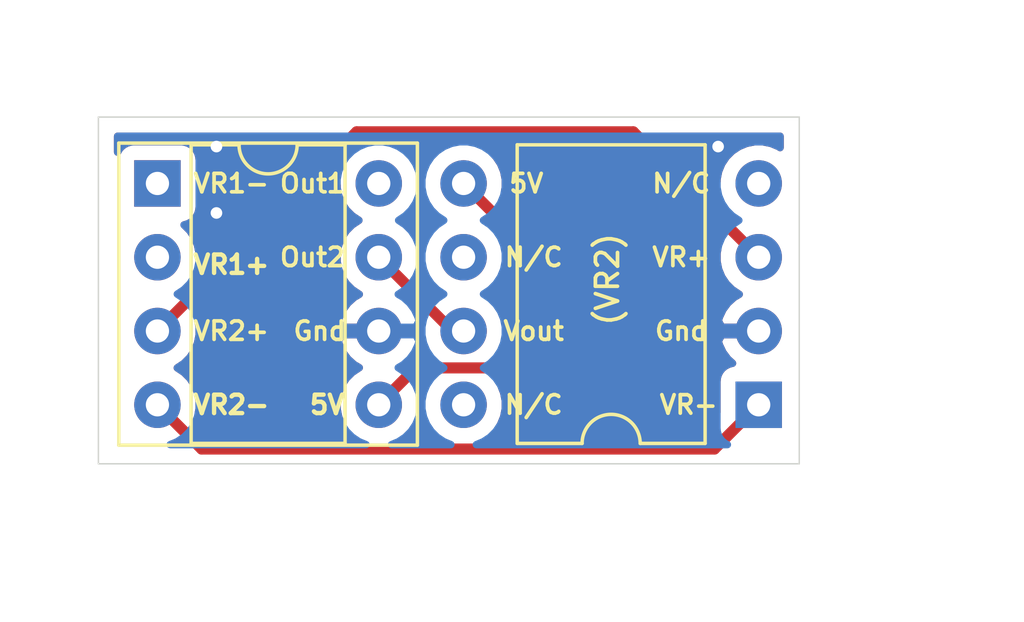
<source format=kicad_pcb>
(kicad_pcb (version 20171130) (host pcbnew "(5.1.6)-1")

  (general
    (thickness 1.6)
    (drawings 23)
    (tracks 16)
    (zones 0)
    (modules 2)
    (nets 12)
  )

  (page A4)
  (layers
    (0 F.Cu signal)
    (31 B.Cu signal)
    (32 B.Adhes user)
    (33 F.Adhes user)
    (34 B.Paste user)
    (35 F.Paste user)
    (36 B.SilkS user)
    (37 F.SilkS user)
    (38 B.Mask user)
    (39 F.Mask user)
    (40 Dwgs.User user)
    (41 Cmts.User user)
    (42 Eco1.User user)
    (43 Eco2.User user)
    (44 Edge.Cuts user)
    (45 Margin user)
    (46 B.CrtYd user)
    (47 F.CrtYd user)
    (48 B.Fab user)
    (49 F.Fab user)
  )

  (setup
    (last_trace_width 0.25)
    (user_trace_width 0.381)
    (trace_clearance 0.2)
    (zone_clearance 0.508)
    (zone_45_only no)
    (trace_min 0.2)
    (via_size 0.8)
    (via_drill 0.4)
    (via_min_size 0.4)
    (via_min_drill 0.3)
    (uvia_size 0.3)
    (uvia_drill 0.1)
    (uvias_allowed no)
    (uvia_min_size 0.2)
    (uvia_min_drill 0.1)
    (edge_width 0.05)
    (segment_width 0.2)
    (pcb_text_width 0.3)
    (pcb_text_size 1.5 1.5)
    (mod_edge_width 0.12)
    (mod_text_size 1 1)
    (mod_text_width 0.15)
    (pad_size 1.524 1.524)
    (pad_drill 0.762)
    (pad_to_mask_clearance 0.05)
    (aux_axis_origin 0 0)
    (visible_elements 7FFFFFFF)
    (pcbplotparams
      (layerselection 0x010fc_ffffffff)
      (usegerberextensions false)
      (usegerberattributes true)
      (usegerberadvancedattributes true)
      (creategerberjobfile true)
      (excludeedgelayer true)
      (linewidth 0.100000)
      (plotframeref false)
      (viasonmask false)
      (mode 1)
      (useauxorigin false)
      (hpglpennumber 1)
      (hpglpenspeed 20)
      (hpglpendiameter 15.000000)
      (psnegative false)
      (psa4output false)
      (plotreference true)
      (plotvalue true)
      (plotinvisibletext false)
      (padsonsilk false)
      (subtractmaskfromsilk false)
      (outputformat 1)
      (mirror false)
      (drillshape 0)
      (scaleselection 1)
      (outputdirectory ""))
  )

  (net 0 "")
  (net 1 "Net-(U1-Pad8)")
  (net 2 VR-)
  (net 3 Vout)
  (net 4 VR+)
  (net 5 GND)
  (net 6 "Net-(U1-Pad2)")
  (net 7 +5V)
  (net 8 "Net-(U1-Pad1)")
  (net 9 "Net-(U2-Pad8)")
  (net 10 "Net-(U2-Pad4)")
  (net 11 "Net-(U2-Pad6)")

  (net_class Default "This is the default net class."
    (clearance 0.2)
    (trace_width 0.25)
    (via_dia 0.8)
    (via_drill 0.4)
    (uvia_dia 0.3)
    (uvia_drill 0.1)
    (add_net +5V)
    (add_net GND)
    (add_net "Net-(U1-Pad1)")
    (add_net "Net-(U1-Pad2)")
    (add_net "Net-(U1-Pad8)")
    (add_net "Net-(U2-Pad4)")
    (add_net "Net-(U2-Pad6)")
    (add_net "Net-(U2-Pad8)")
    (add_net VR+)
    (add_net VR-)
    (add_net Vout)
  )

  (module Package_DIP:DIP-8_W10.16mm (layer F.Cu) (tedit 5A02E8C5) (tstamp 634642B6)
    (at 149.733 85.852 180)
    (descr "8-lead though-hole mounted DIP package, row spacing 10.16 mm (400 mils)")
    (tags "THT DIP DIL PDIP 2.54mm 10.16mm 400mil")
    (path /6345FB01)
    (fp_text reference U2 (at -3.937 3.81 90) (layer F.Fab)
      (effects (font (size 1 1) (thickness 0.15)))
    )
    (fp_text value Single_VR_Conditioner (at -2.413 4.064 90) (layer F.Fab)
      (effects (font (size 1 1) (thickness 0.15)))
    )
    (fp_line (start 11.25 -1.55) (end -1.05 -1.55) (layer F.CrtYd) (width 0.05))
    (fp_line (start 11.25 9.15) (end 11.25 -1.55) (layer F.CrtYd) (width 0.05))
    (fp_line (start -1.05 9.15) (end 11.25 9.15) (layer F.CrtYd) (width 0.05))
    (fp_line (start -1.05 -1.55) (end -1.05 9.15) (layer F.CrtYd) (width 0.05))
    (fp_line (start 8.315 -1.33) (end 6.08 -1.33) (layer F.SilkS) (width 0.12))
    (fp_line (start 8.315 8.95) (end 8.315 -1.33) (layer F.SilkS) (width 0.12))
    (fp_line (start 1.845 8.95) (end 8.315 8.95) (layer F.SilkS) (width 0.12))
    (fp_line (start 1.845 -1.33) (end 1.845 8.95) (layer F.SilkS) (width 0.12))
    (fp_line (start 4.08 -1.33) (end 1.845 -1.33) (layer F.SilkS) (width 0.12))
    (fp_line (start 1.905 -0.27) (end 2.905 -1.27) (layer F.Fab) (width 0.1))
    (fp_line (start 1.905 8.89) (end 1.905 -0.27) (layer F.Fab) (width 0.1))
    (fp_line (start 8.255 8.89) (end 1.905 8.89) (layer F.Fab) (width 0.1))
    (fp_line (start 8.255 -1.27) (end 8.255 8.89) (layer F.Fab) (width 0.1))
    (fp_line (start 2.905 -1.27) (end 8.255 -1.27) (layer F.Fab) (width 0.1))
    (fp_text user %R (at -3.937 3.81 90) (layer F.Fab)
      (effects (font (size 1 1) (thickness 0.15)))
    )
    (fp_arc (start 5.08 -1.33) (end 4.08 -1.33) (angle -180) (layer F.SilkS) (width 0.12))
    (pad 8 thru_hole oval (at 10.16 0 180) (size 1.6 1.6) (drill 0.8) (layers *.Cu *.Mask)
      (net 9 "Net-(U2-Pad8)"))
    (pad 4 thru_hole oval (at 0 7.62 180) (size 1.6 1.6) (drill 0.8) (layers *.Cu *.Mask)
      (net 10 "Net-(U2-Pad4)"))
    (pad 7 thru_hole oval (at 10.16 2.54 180) (size 1.6 1.6) (drill 0.8) (layers *.Cu *.Mask)
      (net 3 Vout))
    (pad 3 thru_hole oval (at 0 5.08 180) (size 1.6 1.6) (drill 0.8) (layers *.Cu *.Mask)
      (net 4 VR+))
    (pad 6 thru_hole oval (at 10.16 5.08 180) (size 1.6 1.6) (drill 0.8) (layers *.Cu *.Mask)
      (net 11 "Net-(U2-Pad6)"))
    (pad 2 thru_hole oval (at 0 2.54 180) (size 1.6 1.6) (drill 0.8) (layers *.Cu *.Mask)
      (net 5 GND))
    (pad 5 thru_hole oval (at 10.16 7.62 180) (size 1.6 1.6) (drill 0.8) (layers *.Cu *.Mask)
      (net 7 +5V))
    (pad 1 thru_hole rect (at 0 0 180) (size 1.6 1.6) (drill 0.8) (layers *.Cu *.Mask)
      (net 2 VR-))
    (model ${KISYS3DMOD}/Package_DIP.3dshapes/DIP-8_W10.16mm.wrl
      (at (xyz 0 0 0))
      (scale (xyz 1 1 1))
      (rotate (xyz 0 0 0))
    )
  )

  (module Package_DIP:DIP-8_W7.62mm_Socket (layer F.Cu) (tedit 5A02E8C5) (tstamp 6346429A)
    (at 129.032 78.232)
    (descr "8-lead though-hole mounted DIP package, row spacing 7.62 mm (300 mils), Socket")
    (tags "THT DIP DIL PDIP 2.54mm 7.62mm 300mil Socket")
    (path /6345FE48)
    (fp_text reference U1 (at -4.572 3.048 90) (layer F.Fab)
      (effects (font (size 1 1) (thickness 0.15)))
    )
    (fp_text value JBPerf_Dual_VR_Conditioner (at -3.048 4.572 90) (layer F.Fab)
      (effects (font (size 1 1) (thickness 0.15)))
    )
    (fp_line (start 9.15 -1.6) (end -1.55 -1.6) (layer F.CrtYd) (width 0.05))
    (fp_line (start 9.15 9.2) (end 9.15 -1.6) (layer F.CrtYd) (width 0.05))
    (fp_line (start -1.55 9.2) (end 9.15 9.2) (layer F.CrtYd) (width 0.05))
    (fp_line (start -1.55 -1.6) (end -1.55 9.2) (layer F.CrtYd) (width 0.05))
    (fp_line (start 8.95 -1.39) (end -1.33 -1.39) (layer F.SilkS) (width 0.12))
    (fp_line (start 8.95 9.01) (end 8.95 -1.39) (layer F.SilkS) (width 0.12))
    (fp_line (start -1.33 9.01) (end 8.95 9.01) (layer F.SilkS) (width 0.12))
    (fp_line (start -1.33 -1.39) (end -1.33 9.01) (layer F.SilkS) (width 0.12))
    (fp_line (start 6.46 -1.33) (end 4.81 -1.33) (layer F.SilkS) (width 0.12))
    (fp_line (start 6.46 8.95) (end 6.46 -1.33) (layer F.SilkS) (width 0.12))
    (fp_line (start 1.16 8.95) (end 6.46 8.95) (layer F.SilkS) (width 0.12))
    (fp_line (start 1.16 -1.33) (end 1.16 8.95) (layer F.SilkS) (width 0.12))
    (fp_line (start 2.81 -1.33) (end 1.16 -1.33) (layer F.SilkS) (width 0.12))
    (fp_line (start 8.89 -1.33) (end -1.27 -1.33) (layer F.Fab) (width 0.1))
    (fp_line (start 8.89 8.95) (end 8.89 -1.33) (layer F.Fab) (width 0.1))
    (fp_line (start -1.27 8.95) (end 8.89 8.95) (layer F.Fab) (width 0.1))
    (fp_line (start -1.27 -1.33) (end -1.27 8.95) (layer F.Fab) (width 0.1))
    (fp_line (start 0.635 -0.27) (end 1.635 -1.27) (layer F.Fab) (width 0.1))
    (fp_line (start 0.635 8.89) (end 0.635 -0.27) (layer F.Fab) (width 0.1))
    (fp_line (start 6.985 8.89) (end 0.635 8.89) (layer F.Fab) (width 0.1))
    (fp_line (start 6.985 -1.27) (end 6.985 8.89) (layer F.Fab) (width 0.1))
    (fp_line (start 1.635 -1.27) (end 6.985 -1.27) (layer F.Fab) (width 0.1))
    (fp_text user %R (at -4.572 3.048 90) (layer F.Fab)
      (effects (font (size 1 1) (thickness 0.15)))
    )
    (fp_arc (start 3.81 -1.33) (end 2.81 -1.33) (angle -180) (layer F.SilkS) (width 0.12))
    (pad 8 thru_hole oval (at 7.62 0) (size 1.6 1.6) (drill 0.8) (layers *.Cu *.Mask)
      (net 1 "Net-(U1-Pad8)"))
    (pad 4 thru_hole oval (at 0 7.62) (size 1.6 1.6) (drill 0.8) (layers *.Cu *.Mask)
      (net 2 VR-))
    (pad 7 thru_hole oval (at 7.62 2.54) (size 1.6 1.6) (drill 0.8) (layers *.Cu *.Mask)
      (net 3 Vout))
    (pad 3 thru_hole oval (at 0 5.08) (size 1.6 1.6) (drill 0.8) (layers *.Cu *.Mask)
      (net 4 VR+))
    (pad 6 thru_hole oval (at 7.62 5.08) (size 1.6 1.6) (drill 0.8) (layers *.Cu *.Mask)
      (net 5 GND))
    (pad 2 thru_hole oval (at 0 2.54) (size 1.6 1.6) (drill 0.8) (layers *.Cu *.Mask)
      (net 6 "Net-(U1-Pad2)"))
    (pad 5 thru_hole oval (at 7.62 7.62) (size 1.6 1.6) (drill 0.8) (layers *.Cu *.Mask)
      (net 7 +5V))
    (pad 1 thru_hole rect (at 0 0) (size 1.6 1.6) (drill 0.8) (layers *.Cu *.Mask)
      (net 8 "Net-(U1-Pad1)"))
    (model ${KISYS3DMOD}/Package_DIP.3dshapes/DIP-8_W7.62mm_Socket.wrl
      (at (xyz 0 0 0))
      (scale (xyz 1 1 1))
      (rotate (xyz 0 0 0))
    )
  )

  (dimension 11.938 (width 0.15) (layer Dwgs.User)
    (gr_text "11.938 mm" (at 157.51 81.915 270) (layer Dwgs.User)
      (effects (font (size 1 1) (thickness 0.15)))
    )
    (feature1 (pts (xy 151.13 87.884) (xy 156.796421 87.884)))
    (feature2 (pts (xy 151.13 75.946) (xy 156.796421 75.946)))
    (crossbar (pts (xy 156.21 75.946) (xy 156.21 87.884)))
    (arrow1a (pts (xy 156.21 87.884) (xy 155.623579 86.757496)))
    (arrow1b (pts (xy 156.21 87.884) (xy 156.796421 86.757496)))
    (arrow2a (pts (xy 156.21 75.946) (xy 155.623579 77.072504)))
    (arrow2b (pts (xy 156.21 75.946) (xy 156.796421 77.072504)))
  )
  (dimension 24.13 (width 0.15) (layer Dwgs.User)
    (gr_text "24.130 mm" (at 139.065 72.614) (layer Dwgs.User)
      (effects (font (size 1 1) (thickness 0.15)))
    )
    (feature1 (pts (xy 151.13 75.946) (xy 151.13 73.327579)))
    (feature2 (pts (xy 127 75.946) (xy 127 73.327579)))
    (crossbar (pts (xy 127 73.914) (xy 151.13 73.914)))
    (arrow1a (pts (xy 151.13 73.914) (xy 150.003496 74.500421)))
    (arrow1b (pts (xy 151.13 73.914) (xy 150.003496 73.327579)))
    (arrow2a (pts (xy 127 73.914) (xy 128.126504 74.500421)))
    (arrow2b (pts (xy 127 73.914) (xy 128.126504 73.327579)))
  )
  (gr_text "(VR2)" (at 144.526 81.534 90) (layer F.SilkS)
    (effects (font (size 0.762 0.762) (thickness 0.127)))
  )
  (gr_text VR- (at 147.32 85.852) (layer F.SilkS)
    (effects (font (size 0.635 0.635) (thickness 0.127)))
  )
  (gr_text Gnd (at 147.066 83.312) (layer F.SilkS)
    (effects (font (size 0.635 0.635) (thickness 0.127)))
  )
  (gr_text VR+ (at 147.066 80.772) (layer F.SilkS)
    (effects (font (size 0.635 0.635) (thickness 0.127)))
  )
  (gr_text N/C (at 147.066 78.232) (layer F.SilkS)
    (effects (font (size 0.635 0.635) (thickness 0.127)))
  )
  (gr_text N/C (at 141.986 85.852) (layer F.SilkS)
    (effects (font (size 0.635 0.635) (thickness 0.127)))
  )
  (gr_text Vout (at 141.986 83.312) (layer F.SilkS)
    (effects (font (size 0.635 0.635) (thickness 0.127)))
  )
  (gr_text N/C (at 141.986 80.772) (layer F.SilkS)
    (effects (font (size 0.635 0.635) (thickness 0.127)))
  )
  (gr_text 5V (at 141.732 78.232) (layer F.SilkS)
    (effects (font (size 0.635 0.635) (thickness 0.127)))
  )
  (gr_text 5V (at 134.874 85.852) (layer F.SilkS)
    (effects (font (size 0.635 0.635) (thickness 0.15)))
  )
  (gr_text Gnd (at 134.62 83.312) (layer F.SilkS)
    (effects (font (size 0.635 0.635) (thickness 0.127)))
  )
  (gr_text Out2 (at 134.366 80.772) (layer F.SilkS)
    (effects (font (size 0.635 0.635) (thickness 0.127)))
  )
  (gr_text Out1 (at 134.366 78.232) (layer F.SilkS)
    (effects (font (size 0.635 0.635) (thickness 0.127)))
  )
  (gr_text VR2- (at 131.572 85.852) (layer F.SilkS)
    (effects (font (size 0.635 0.635) (thickness 0.15)))
  )
  (gr_text VR2+ (at 131.572 83.312) (layer F.SilkS)
    (effects (font (size 0.635 0.635) (thickness 0.127)))
  )
  (gr_text VR1+ (at 131.572 81.026) (layer F.SilkS)
    (effects (font (size 0.635 0.635) (thickness 0.15)))
  )
  (gr_text VR1- (at 131.572 78.232) (layer F.SilkS)
    (effects (font (size 0.635 0.635) (thickness 0.127)))
  )
  (gr_line (start 127 87.884) (end 127 75.946) (layer Edge.Cuts) (width 0.05) (tstamp 634643AD))
  (gr_line (start 151.13 87.884) (end 127 87.884) (layer Edge.Cuts) (width 0.05))
  (gr_line (start 151.13 75.946) (end 151.13 87.884) (layer Edge.Cuts) (width 0.05))
  (gr_line (start 127 75.946) (end 151.13 75.946) (layer Edge.Cuts) (width 0.05))

  (segment (start 129.032 85.852) (end 130.556 87.376) (width 0.381) (layer F.Cu) (net 2))
  (segment (start 148.209 87.376) (end 149.733 85.852) (width 0.381) (layer F.Cu) (net 2))
  (segment (start 130.556 87.376) (end 148.209 87.376) (width 0.381) (layer F.Cu) (net 2))
  (segment (start 139.192 83.312) (end 139.573 83.312) (width 0.381) (layer F.Cu) (net 3))
  (segment (start 136.652 80.772) (end 139.192 83.312) (width 0.381) (layer F.Cu) (net 3))
  (segment (start 129.032 83.312) (end 135.89 76.454) (width 0.381) (layer F.Cu) (net 4))
  (segment (start 145.415 76.454) (end 149.733 80.772) (width 0.381) (layer F.Cu) (net 4))
  (segment (start 135.89 76.454) (end 145.415 76.454) (width 0.381) (layer F.Cu) (net 4))
  (via (at 148.336 76.962) (size 0.8) (drill 0.4) (layers F.Cu B.Cu) (net 5))
  (via (at 131.064 76.962) (size 0.8) (drill 0.4) (layers F.Cu B.Cu) (net 5))
  (via (at 131.064 79.248) (size 0.8) (drill 0.4) (layers F.Cu B.Cu) (net 5))
  (segment (start 141.097 83.947) (end 140.462 84.582) (width 0.381) (layer F.Cu) (net 7))
  (segment (start 137.922 84.582) (end 136.652 85.852) (width 0.381) (layer F.Cu) (net 7))
  (segment (start 139.573 78.232) (end 141.097 79.756) (width 0.381) (layer F.Cu) (net 7))
  (segment (start 140.462 84.582) (end 137.922 84.582) (width 0.381) (layer F.Cu) (net 7))
  (segment (start 141.097 79.756) (end 141.097 83.947) (width 0.381) (layer F.Cu) (net 7))

  (zone (net 5) (net_name GND) (layer F.Cu) (tstamp 0) (hatch edge 0.508)
    (connect_pads (clearance 0.508))
    (min_thickness 0.254)
    (fill yes (arc_segments 32) (thermal_gap 0.508) (thermal_bridge_width 0.508))
    (polygon
      (pts
        (xy 151.13 87.884) (xy 127 87.884) (xy 127 75.946) (xy 151.13 75.946)
      )
    )
    (filled_polygon
      (pts
        (xy 135.217 78.373335) (xy 135.272147 78.650574) (xy 135.38032 78.911727) (xy 135.537363 79.146759) (xy 135.737241 79.346637)
        (xy 135.969759 79.502) (xy 135.737241 79.657363) (xy 135.537363 79.857241) (xy 135.38032 80.092273) (xy 135.272147 80.353426)
        (xy 135.217 80.630665) (xy 135.217 80.913335) (xy 135.272147 81.190574) (xy 135.38032 81.451727) (xy 135.537363 81.686759)
        (xy 135.737241 81.886637) (xy 135.972273 82.04368) (xy 135.982865 82.048067) (xy 135.796869 82.159615) (xy 135.588481 82.348586)
        (xy 135.420963 82.57458) (xy 135.300754 82.828913) (xy 135.260096 82.962961) (xy 135.382085 83.185) (xy 136.525 83.185)
        (xy 136.525 83.165) (xy 136.779 83.165) (xy 136.779 83.185) (xy 136.799 83.185) (xy 136.799 83.439)
        (xy 136.779 83.439) (xy 136.779 83.459) (xy 136.525 83.459) (xy 136.525 83.439) (xy 135.382085 83.439)
        (xy 135.260096 83.661039) (xy 135.300754 83.795087) (xy 135.420963 84.04942) (xy 135.588481 84.275414) (xy 135.796869 84.464385)
        (xy 135.982865 84.575933) (xy 135.972273 84.58032) (xy 135.737241 84.737363) (xy 135.537363 84.937241) (xy 135.38032 85.172273)
        (xy 135.272147 85.433426) (xy 135.217 85.710665) (xy 135.217 85.993335) (xy 135.272147 86.270574) (xy 135.38032 86.531727)
        (xy 135.392864 86.5505) (xy 130.897933 86.5505) (xy 130.446056 86.098624) (xy 130.467 85.993335) (xy 130.467 85.710665)
        (xy 130.411853 85.433426) (xy 130.30368 85.172273) (xy 130.146637 84.937241) (xy 129.946759 84.737363) (xy 129.714241 84.582)
        (xy 129.946759 84.426637) (xy 130.146637 84.226759) (xy 130.30368 83.991727) (xy 130.411853 83.730574) (xy 130.467 83.453335)
        (xy 130.467 83.170665) (xy 130.446056 83.065376) (xy 135.217 78.294434)
      )
    )
    (filled_polygon
      (pts
        (xy 148.318944 80.525376) (xy 148.298 80.630665) (xy 148.298 80.913335) (xy 148.353147 81.190574) (xy 148.46132 81.451727)
        (xy 148.618363 81.686759) (xy 148.818241 81.886637) (xy 149.053273 82.04368) (xy 149.063865 82.048067) (xy 148.877869 82.159615)
        (xy 148.669481 82.348586) (xy 148.501963 82.57458) (xy 148.381754 82.828913) (xy 148.341096 82.962961) (xy 148.463085 83.185)
        (xy 149.606 83.185) (xy 149.606 83.165) (xy 149.86 83.165) (xy 149.86 83.185) (xy 149.88 83.185)
        (xy 149.88 83.439) (xy 149.86 83.439) (xy 149.86 83.459) (xy 149.606 83.459) (xy 149.606 83.439)
        (xy 148.463085 83.439) (xy 148.341096 83.661039) (xy 148.381754 83.795087) (xy 148.501963 84.04942) (xy 148.669481 84.275414)
        (xy 148.83308 84.423769) (xy 148.808518 84.426188) (xy 148.68882 84.462498) (xy 148.578506 84.521463) (xy 148.481815 84.600815)
        (xy 148.402463 84.697506) (xy 148.343498 84.80782) (xy 148.307188 84.927518) (xy 148.294928 85.052) (xy 148.294928 86.12264)
        (xy 147.867068 86.5505) (xy 140.832136 86.5505) (xy 140.84468 86.531727) (xy 140.952853 86.270574) (xy 141.008 85.993335)
        (xy 141.008 85.710665) (xy 140.952853 85.433426) (xy 140.892567 85.287882) (xy 140.922842 85.271699) (xy 141.048541 85.168541)
        (xy 141.074397 85.137035) (xy 141.652044 84.55939) (xy 141.683541 84.533541) (xy 141.709389 84.502045) (xy 141.709392 84.502042)
        (xy 141.786699 84.407843) (xy 141.863353 84.264434) (xy 141.910556 84.108826) (xy 141.9225 83.987553) (xy 141.9225 83.987551)
        (xy 141.926494 83.947) (xy 141.9225 83.90645) (xy 141.9225 79.796542) (xy 141.926493 79.755999) (xy 141.9225 79.715456)
        (xy 141.9225 79.715447) (xy 141.910556 79.594174) (xy 141.863353 79.438566) (xy 141.786699 79.295158) (xy 141.786698 79.295156)
        (xy 141.709391 79.200958) (xy 141.683541 79.169459) (xy 141.652041 79.143608) (xy 140.987056 78.478624) (xy 141.008 78.373335)
        (xy 141.008 78.090665) (xy 140.952853 77.813426) (xy 140.84468 77.552273) (xy 140.687637 77.317241) (xy 140.649896 77.2795)
        (xy 145.073068 77.2795)
      )
    )
    (filled_polygon
      (pts
        (xy 130.467 80.709567) (xy 130.467 80.630665) (xy 130.411853 80.353426) (xy 130.30368 80.092273) (xy 130.146637 79.857241)
        (xy 129.948039 79.658643) (xy 129.956482 79.657812) (xy 130.07618 79.621502) (xy 130.186494 79.562537) (xy 130.283185 79.483185)
        (xy 130.362537 79.386494) (xy 130.421502 79.27618) (xy 130.457812 79.156482) (xy 130.470072 79.032) (xy 130.470072 77.432)
        (xy 130.457812 77.307518) (xy 130.421502 77.18782) (xy 130.362537 77.077506) (xy 130.283185 76.980815) (xy 130.186494 76.901463)
        (xy 130.07618 76.842498) (xy 129.956482 76.806188) (xy 129.832 76.793928) (xy 128.232 76.793928) (xy 128.107518 76.806188)
        (xy 127.98782 76.842498) (xy 127.877506 76.901463) (xy 127.780815 76.980815) (xy 127.701463 77.077506) (xy 127.66 77.155077)
        (xy 127.66 76.606) (xy 134.570566 76.606)
      )
    )
    (filled_polygon
      (pts
        (xy 150.47 76.998589) (xy 150.412727 76.96032) (xy 150.151574 76.852147) (xy 149.874335 76.797) (xy 149.591665 76.797)
        (xy 149.314426 76.852147) (xy 149.053273 76.96032) (xy 148.818241 77.117363) (xy 148.618363 77.317241) (xy 148.46132 77.552273)
        (xy 148.353147 77.813426) (xy 148.298 78.090665) (xy 148.298 78.169567) (xy 146.734432 76.606) (xy 150.47 76.606)
      )
    )
  )
  (zone (net 5) (net_name GND) (layer B.Cu) (tstamp 0) (hatch edge 0.508)
    (connect_pads (clearance 0.508))
    (min_thickness 0.254)
    (fill yes (arc_segments 32) (thermal_gap 0.508) (thermal_bridge_width 0.508))
    (polygon
      (pts
        (xy 151.13 87.884) (xy 127 87.884) (xy 127 75.946) (xy 151.13 75.946)
      )
    )
    (filled_polygon
      (pts
        (xy 150.47 76.998589) (xy 150.412727 76.96032) (xy 150.151574 76.852147) (xy 149.874335 76.797) (xy 149.591665 76.797)
        (xy 149.314426 76.852147) (xy 149.053273 76.96032) (xy 148.818241 77.117363) (xy 148.618363 77.317241) (xy 148.46132 77.552273)
        (xy 148.353147 77.813426) (xy 148.298 78.090665) (xy 148.298 78.373335) (xy 148.353147 78.650574) (xy 148.46132 78.911727)
        (xy 148.618363 79.146759) (xy 148.818241 79.346637) (xy 149.050759 79.502) (xy 148.818241 79.657363) (xy 148.618363 79.857241)
        (xy 148.46132 80.092273) (xy 148.353147 80.353426) (xy 148.298 80.630665) (xy 148.298 80.913335) (xy 148.353147 81.190574)
        (xy 148.46132 81.451727) (xy 148.618363 81.686759) (xy 148.818241 81.886637) (xy 149.053273 82.04368) (xy 149.063865 82.048067)
        (xy 148.877869 82.159615) (xy 148.669481 82.348586) (xy 148.501963 82.57458) (xy 148.381754 82.828913) (xy 148.341096 82.962961)
        (xy 148.463085 83.185) (xy 149.606 83.185) (xy 149.606 83.165) (xy 149.86 83.165) (xy 149.86 83.185)
        (xy 149.88 83.185) (xy 149.88 83.439) (xy 149.86 83.439) (xy 149.86 83.459) (xy 149.606 83.459)
        (xy 149.606 83.439) (xy 148.463085 83.439) (xy 148.341096 83.661039) (xy 148.381754 83.795087) (xy 148.501963 84.04942)
        (xy 148.669481 84.275414) (xy 148.83308 84.423769) (xy 148.808518 84.426188) (xy 148.68882 84.462498) (xy 148.578506 84.521463)
        (xy 148.481815 84.600815) (xy 148.402463 84.697506) (xy 148.343498 84.80782) (xy 148.307188 84.927518) (xy 148.294928 85.052)
        (xy 148.294928 86.652) (xy 148.307188 86.776482) (xy 148.343498 86.89618) (xy 148.402463 87.006494) (xy 148.481815 87.103185)
        (xy 148.578506 87.182537) (xy 148.656077 87.224) (xy 140.010533 87.224) (xy 140.252727 87.12368) (xy 140.487759 86.966637)
        (xy 140.687637 86.766759) (xy 140.84468 86.531727) (xy 140.952853 86.270574) (xy 141.008 85.993335) (xy 141.008 85.710665)
        (xy 140.952853 85.433426) (xy 140.84468 85.172273) (xy 140.687637 84.937241) (xy 140.487759 84.737363) (xy 140.255241 84.582)
        (xy 140.487759 84.426637) (xy 140.687637 84.226759) (xy 140.84468 83.991727) (xy 140.952853 83.730574) (xy 141.008 83.453335)
        (xy 141.008 83.170665) (xy 140.952853 82.893426) (xy 140.84468 82.632273) (xy 140.687637 82.397241) (xy 140.487759 82.197363)
        (xy 140.255241 82.042) (xy 140.487759 81.886637) (xy 140.687637 81.686759) (xy 140.84468 81.451727) (xy 140.952853 81.190574)
        (xy 141.008 80.913335) (xy 141.008 80.630665) (xy 140.952853 80.353426) (xy 140.84468 80.092273) (xy 140.687637 79.857241)
        (xy 140.487759 79.657363) (xy 140.255241 79.502) (xy 140.487759 79.346637) (xy 140.687637 79.146759) (xy 140.84468 78.911727)
        (xy 140.952853 78.650574) (xy 141.008 78.373335) (xy 141.008 78.090665) (xy 140.952853 77.813426) (xy 140.84468 77.552273)
        (xy 140.687637 77.317241) (xy 140.487759 77.117363) (xy 140.252727 76.96032) (xy 139.991574 76.852147) (xy 139.714335 76.797)
        (xy 139.431665 76.797) (xy 139.154426 76.852147) (xy 138.893273 76.96032) (xy 138.658241 77.117363) (xy 138.458363 77.317241)
        (xy 138.30132 77.552273) (xy 138.193147 77.813426) (xy 138.138 78.090665) (xy 138.138 78.373335) (xy 138.193147 78.650574)
        (xy 138.30132 78.911727) (xy 138.458363 79.146759) (xy 138.658241 79.346637) (xy 138.890759 79.502) (xy 138.658241 79.657363)
        (xy 138.458363 79.857241) (xy 138.30132 80.092273) (xy 138.193147 80.353426) (xy 138.138 80.630665) (xy 138.138 80.913335)
        (xy 138.193147 81.190574) (xy 138.30132 81.451727) (xy 138.458363 81.686759) (xy 138.658241 81.886637) (xy 138.890759 82.042)
        (xy 138.658241 82.197363) (xy 138.458363 82.397241) (xy 138.30132 82.632273) (xy 138.193147 82.893426) (xy 138.138 83.170665)
        (xy 138.138 83.453335) (xy 138.193147 83.730574) (xy 138.30132 83.991727) (xy 138.458363 84.226759) (xy 138.658241 84.426637)
        (xy 138.890759 84.582) (xy 138.658241 84.737363) (xy 138.458363 84.937241) (xy 138.30132 85.172273) (xy 138.193147 85.433426)
        (xy 138.138 85.710665) (xy 138.138 85.993335) (xy 138.193147 86.270574) (xy 138.30132 86.531727) (xy 138.458363 86.766759)
        (xy 138.658241 86.966637) (xy 138.893273 87.12368) (xy 139.135467 87.224) (xy 137.089533 87.224) (xy 137.331727 87.12368)
        (xy 137.566759 86.966637) (xy 137.766637 86.766759) (xy 137.92368 86.531727) (xy 138.031853 86.270574) (xy 138.087 85.993335)
        (xy 138.087 85.710665) (xy 138.031853 85.433426) (xy 137.92368 85.172273) (xy 137.766637 84.937241) (xy 137.566759 84.737363)
        (xy 137.331727 84.58032) (xy 137.321135 84.575933) (xy 137.507131 84.464385) (xy 137.715519 84.275414) (xy 137.883037 84.04942)
        (xy 138.003246 83.795087) (xy 138.043904 83.661039) (xy 137.921915 83.439) (xy 136.779 83.439) (xy 136.779 83.459)
        (xy 136.525 83.459) (xy 136.525 83.439) (xy 135.382085 83.439) (xy 135.260096 83.661039) (xy 135.300754 83.795087)
        (xy 135.420963 84.04942) (xy 135.588481 84.275414) (xy 135.796869 84.464385) (xy 135.982865 84.575933) (xy 135.972273 84.58032)
        (xy 135.737241 84.737363) (xy 135.537363 84.937241) (xy 135.38032 85.172273) (xy 135.272147 85.433426) (xy 135.217 85.710665)
        (xy 135.217 85.993335) (xy 135.272147 86.270574) (xy 135.38032 86.531727) (xy 135.537363 86.766759) (xy 135.737241 86.966637)
        (xy 135.972273 87.12368) (xy 136.214467 87.224) (xy 129.469533 87.224) (xy 129.711727 87.12368) (xy 129.946759 86.966637)
        (xy 130.146637 86.766759) (xy 130.30368 86.531727) (xy 130.411853 86.270574) (xy 130.467 85.993335) (xy 130.467 85.710665)
        (xy 130.411853 85.433426) (xy 130.30368 85.172273) (xy 130.146637 84.937241) (xy 129.946759 84.737363) (xy 129.714241 84.582)
        (xy 129.946759 84.426637) (xy 130.146637 84.226759) (xy 130.30368 83.991727) (xy 130.411853 83.730574) (xy 130.467 83.453335)
        (xy 130.467 83.170665) (xy 130.411853 82.893426) (xy 130.30368 82.632273) (xy 130.146637 82.397241) (xy 129.946759 82.197363)
        (xy 129.714241 82.042) (xy 129.946759 81.886637) (xy 130.146637 81.686759) (xy 130.30368 81.451727) (xy 130.411853 81.190574)
        (xy 130.467 80.913335) (xy 130.467 80.630665) (xy 130.411853 80.353426) (xy 130.30368 80.092273) (xy 130.146637 79.857241)
        (xy 129.948039 79.658643) (xy 129.956482 79.657812) (xy 130.07618 79.621502) (xy 130.186494 79.562537) (xy 130.283185 79.483185)
        (xy 130.362537 79.386494) (xy 130.421502 79.27618) (xy 130.457812 79.156482) (xy 130.470072 79.032) (xy 130.470072 78.090665)
        (xy 135.217 78.090665) (xy 135.217 78.373335) (xy 135.272147 78.650574) (xy 135.38032 78.911727) (xy 135.537363 79.146759)
        (xy 135.737241 79.346637) (xy 135.969759 79.502) (xy 135.737241 79.657363) (xy 135.537363 79.857241) (xy 135.38032 80.092273)
        (xy 135.272147 80.353426) (xy 135.217 80.630665) (xy 135.217 80.913335) (xy 135.272147 81.190574) (xy 135.38032 81.451727)
        (xy 135.537363 81.686759) (xy 135.737241 81.886637) (xy 135.972273 82.04368) (xy 135.982865 82.048067) (xy 135.796869 82.159615)
        (xy 135.588481 82.348586) (xy 135.420963 82.57458) (xy 135.300754 82.828913) (xy 135.260096 82.962961) (xy 135.382085 83.185)
        (xy 136.525 83.185) (xy 136.525 83.165) (xy 136.779 83.165) (xy 136.779 83.185) (xy 137.921915 83.185)
        (xy 138.043904 82.962961) (xy 138.003246 82.828913) (xy 137.883037 82.57458) (xy 137.715519 82.348586) (xy 137.507131 82.159615)
        (xy 137.321135 82.048067) (xy 137.331727 82.04368) (xy 137.566759 81.886637) (xy 137.766637 81.686759) (xy 137.92368 81.451727)
        (xy 138.031853 81.190574) (xy 138.087 80.913335) (xy 138.087 80.630665) (xy 138.031853 80.353426) (xy 137.92368 80.092273)
        (xy 137.766637 79.857241) (xy 137.566759 79.657363) (xy 137.334241 79.502) (xy 137.566759 79.346637) (xy 137.766637 79.146759)
        (xy 137.92368 78.911727) (xy 138.031853 78.650574) (xy 138.087 78.373335) (xy 138.087 78.090665) (xy 138.031853 77.813426)
        (xy 137.92368 77.552273) (xy 137.766637 77.317241) (xy 137.566759 77.117363) (xy 137.331727 76.96032) (xy 137.070574 76.852147)
        (xy 136.793335 76.797) (xy 136.510665 76.797) (xy 136.233426 76.852147) (xy 135.972273 76.96032) (xy 135.737241 77.117363)
        (xy 135.537363 77.317241) (xy 135.38032 77.552273) (xy 135.272147 77.813426) (xy 135.217 78.090665) (xy 130.470072 78.090665)
        (xy 130.470072 77.432) (xy 130.457812 77.307518) (xy 130.421502 77.18782) (xy 130.362537 77.077506) (xy 130.283185 76.980815)
        (xy 130.186494 76.901463) (xy 130.07618 76.842498) (xy 129.956482 76.806188) (xy 129.832 76.793928) (xy 128.232 76.793928)
        (xy 128.107518 76.806188) (xy 127.98782 76.842498) (xy 127.877506 76.901463) (xy 127.780815 76.980815) (xy 127.701463 77.077506)
        (xy 127.66 77.155077) (xy 127.66 76.606) (xy 150.47 76.606)
      )
    )
  )
)

</source>
